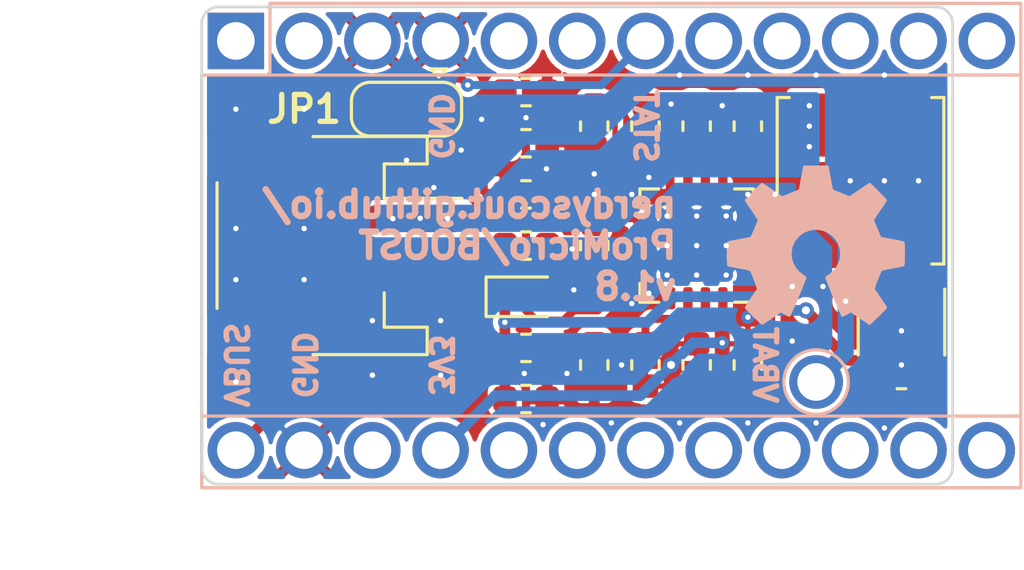
<source format=kicad_pcb>
(kicad_pcb (version 20171130) (host pcbnew 5.1.5)
  (title_block (title ProMicro_BOOST) (date 2021-04-05) (rev v1.8))
  (layers (0 F.Cu mixed) (1 In1.Cu signal) (2 In2.Cu signal) (31 B.Cu mixed) (34 B.Paste user) (35 F.Paste user) (36 B.SilkS user) (37 F.SilkS user) (38 B.Mask user) (39 F.Mask user) (44 Edge.Cuts user))
  (net 0 "")
  (net 1 GND)
  (net 2 "Net-(L1-Pad2)")
  (net 3 "Net-(D1-Pad2)")
  (net 4 "Net-(R3-Pad2)")
  (net 5 "Net-(R5-Pad2)")
  (net 6 "Net-(R7-Pad2)")
  (net 7 +3V3)
  (net 8 "Net-(JP1-Pad1)")
  (net 9 "Net-(C1-Pad1)")
  (net 10 /EN)
  (net 11 /VBAT)
  (net 12 STAT)
  (net 13 VBUS)
  (net 14 LBO)
  (module lib:ProMicro (layer B.Cu) (at 63.373 114.935 270)
    (fp_text reference A1 hide)
    (fp_text value Sparkfun_Pro_Micro)
    (fp_line (start -1.4 -1.27) (end -1.4 -29.21) (layer B.SilkS) (width 0.12))
    (fp_line (start 13.97 1.27) (end 13.97 -29.21) (layer B.SilkS) (width 0.12))
    (fp_line (start 1.27 -1.27) (end -1.4 -1.27) (layer B.SilkS) (width 0.12))
    (fp_line (start 1.27 1.27) (end 1.27 -29.21) (layer B.SilkS) (width 0.12))
    (fp_line (start -1.4 -29.21) (end 16.64 -29.21) (layer B.SilkS) (width 0.12))
    (fp_line (start 16.64 -29.21) (end 16.64 1.27) (layer B.SilkS) (width 0.12))
    (fp_line (start 16.64 1.27) (end 1.27 1.27) (layer B.SilkS) (width 0.12))
    (pad 24 thru_hole circle (at 15.24 0 270) (size 2.1 2.1) (drill 1.4) (layers *.Cu *.Mask) (net 13 VBUS))
    (pad 23 thru_hole circle (at 15.24 -2.54 270) (size 2.1 2.1) (drill 1.4) (layers *.Cu *.Mask) (net 1 GND))
    (pad 22 thru_hole circle (at 15.24 -5.08 270) (size 2.1 2.1) (drill 1.4) (layers *.Cu *.Mask))
    (pad 12 thru_hole circle (at 0 -27.94 270) (size 2.1 2.1) (drill 1.4) (layers *.Cu *.Mask))
    (pad 21 thru_hole circle (at 15.24 -7.62 270) (size 2.1 2.1) (drill 1.4) (layers *.Cu *.Mask) (net 7 +3V3))
    (pad 11 thru_hole circle (at 0 -25.4 270) (size 2.1 2.1) (drill 1.4) (layers *.Cu *.Mask))
    (pad 20 thru_hole circle (at 15.24 -10.16 270) (size 2.1 2.1) (drill 1.4) (layers *.Cu *.Mask))
    (pad 10 thru_hole circle (at 0 -22.86 270) (size 2.1 2.1) (drill 1.4) (layers *.Cu *.Mask))
    (pad 19 thru_hole circle (at 15.24 -12.7 270) (size 2.1 2.1) (drill 1.4) (layers *.Cu *.Mask))
    (pad 9 thru_hole circle (at 0 -20.32 270) (size 2.1 2.1) (drill 1.4) (layers *.Cu *.Mask))
    (pad 18 thru_hole circle (at 15.24 -15.24 270) (size 2.1 2.1) (drill 1.4) (layers *.Cu *.Mask))
    (pad 8 thru_hole circle (at 0 -17.78 270) (size 2.1 2.1) (drill 1.4) (layers *.Cu *.Mask))
    (pad 17 thru_hole circle (at 15.24 -17.78 270) (size 2.1 2.1) (drill 1.4) (layers *.Cu *.Mask))
    (pad 7 thru_hole circle (at 0 -15.24 270) (size 2.1 2.1) (drill 1.4) (layers *.Cu *.Mask) (net 12 STAT))
    (pad 16 thru_hole circle (at 15.24 -20.32 270) (size 2.1 2.1) (drill 1.4) (layers *.Cu *.Mask))
    (pad 6 thru_hole circle (at 0 -12.7 270) (size 2.1 2.1) (drill 1.4) (layers *.Cu *.Mask))
    (pad 15 thru_hole circle (at 15.24 -22.86 270) (size 2.1 2.1) (drill 1.4) (layers *.Cu *.Mask))
    (pad 5 thru_hole circle (at 0 -10.16 270) (size 2.1 2.1) (drill 1.4) (layers *.Cu *.Mask))
    (pad 14 thru_hole circle (at 15.24 -25.4 270) (size 2.1 2.1) (drill 1.4) (layers *.Cu *.Mask))
    (pad 4 thru_hole circle (at 0 -7.62 270) (size 2.1 2.1) (drill 1.4) (layers *.Cu *.Mask) (net 1 GND))
    (pad 13 thru_hole circle (at 15.24 -27.94 270) (size 2.1 2.1) (drill 1.4) (layers *.Cu *.Mask))
    (pad 3 thru_hole circle (at 0 -5.08 270) (size 2.1 2.1) (drill 1.4) (layers *.Cu *.Mask) (net 1 GND))
    (pad 2 thru_hole circle (at 0 -2.54 270) (size 2.1 2.1) (drill 1.4) (layers *.Cu *.Mask))
    (pad 1 thru_hole rect (at 0 0 270) (size 2.1 2.1) (drill 1.4) (layers *.Cu *.Mask))
  )
  (module Symbol:OSHW-Symbol_6.7x6mm_SilkScreen (layer B.Cu) (at 84.963 122.555 180)
    (fp_text reference LOGO1 hide)
    (fp_text value Logo_Open_Hardware_Small hide)
    (fp_poly (pts (xy 0.555814 2.531069) (xy 0.639635 2.086445) (xy 0.94892 1.958947) (xy 1.258206 1.831449) (xy 1.629246 2.083754) (xy 1.733157 2.154004) (xy 1.827087 2.216728) (xy 1.906652 2.269062) (xy 1.96747 2.308143) (xy 2.005157 2.331107) (xy 2.015421 2.336058) (xy 2.03391 2.323324) (xy 2.07342 2.288118) (xy 2.129522 2.234938) (xy 2.197787 2.168282) (xy 2.273786 2.092646) (xy 2.353092 2.012528) (xy 2.431275 1.932426) (xy 2.503907 1.856836) (xy 2.566559 1.790255) (xy 2.614803 1.737182) (xy 2.64421 1.702113) (xy 2.651241 1.690377) (xy 2.641123 1.66874) (xy 2.612759 1.621338) (xy 2.569129 1.552807) (xy 2.513218 1.467785) (xy 2.448006 1.370907) (xy 2.410219 1.31565) (xy 2.341343 1.214752) (xy 2.28014 1.123701) (xy 2.229578 1.04703) (xy 2.192628 0.989272) (xy 2.172258 0.954957) (xy 2.169197 0.947746) (xy 2.176136 0.927252) (xy 2.195051 0.879487) (xy 2.223087 0.811168) (xy 2.257391 0.729011) (xy 2.295109 0.63973) (xy 2.333387 0.550042) (xy 2.36937 0.466662) (xy 2.400206 0.396306) (xy 2.423039 0.34569) (xy 2.435017 0.321529) (xy 2.435724 0.320578) (xy 2.454531 0.315964) (xy 2.504618 0.305672) (xy 2.580793 0.290713) (xy 2.677865 0.272099) (xy 2.790643 0.250841) (xy 2.856442 0.238582) (xy 2.97695 0.215638) (xy 3.085797 0.193805) (xy 3.177476 0.174278) (xy 3.246481 0.158252) (xy 3.287304 0.146921) (xy 3.295511 0.143326) (xy 3.303548 0.118994) (xy 3.310033 0.064041) (xy 3.31497 -0.015108) (xy 3.318364 -0.112026) (xy 3.320218 -0.220287) (xy 3.320538 -0.333465) (xy 3.319327 -0.445135) (xy 3.31659 -0.548868) (xy 3.312331 -0.638241) (xy 3.306555 -0.706826) (xy 3.299267 -0.748197) (xy 3.294895 -0.75681) (xy 3.268764 -0.767133) (xy 3.213393 -0.781892) (xy 3.136107 -0.799352) (xy 3.04423 -0.81778) (xy 3.012158 -0.823741) (xy 2.857524 -0.852066) (xy 2.735375 -0.874876) (xy 2.641673 -0.89308) (xy 2.572384 -0.907583) (xy 2.523471 -0.919292) (xy 2.490897 -0.929115) (xy 2.470628 -0.937956) (xy 2.458626 -0.946724) (xy 2.456947 -0.948457) (xy 2.440184 -0.976371) (xy 2.414614 -1.030695) (xy 2.382788 -1.104777) (xy 2.34726 -1.191965) (xy 2.310583 -1.285608) (xy 2.275311 -1.379052) (xy 2.243996 -1.465647) (xy 2.219193 -1.53874) (xy 2.203454 -1.591678) (xy 2.199332 -1.617811) (xy 2.199676 -1.618726) (xy 2.213641 -1.640086) (xy 2.245322 -1.687084) (xy 2.291391 -1.754827) (xy 2.348518 -1.838423) (xy 2.413373 -1.932982) (xy 2.431843 -1.959854) (xy 2.497699 -2.057275) (xy 2.55565 -2.146163) (xy 2.602538 -2.221412) (xy 2.635207 -2.27792) (xy 2.6505 -2.310581) (xy 2.651241 -2.314593) (xy 2.638392 -2.335684) (xy 2.602888 -2.377464) (xy 2.549293 -2.435445) (xy 2.482171 -2.505135) (xy 2.406087 -2.582045) (xy 2.325604 -2.661683) (xy 2.245287 -2.739561) (xy 2.169699 -2.811186) (xy 2.103405 -2.87207) (xy 2.050969 -2.917721) (xy 2.016955 -2.94365) (xy 2.007545 -2.947883) (xy 1.985643 -2.937912) (xy 1.9408 -2.91102) (xy 1.880321 -2.871736) (xy 1.833789 -2.840117) (xy 1.749475 -2.782098) (xy 1.649626 -2.713784) (xy 1.549473 -2.645579) (xy 1.495627 -2.609075) (xy 1.313371 -2.4858) (xy 1.160381 -2.56852) (xy 1.090682 -2.604759) (xy 1.031414 -2.632926) (xy 0.991311 -2.648991) (xy 0.981103 -2.651226) (xy 0.968829 -2.634722) (xy 0.944613 -2.588082) (xy 0.910263 -2.515609) (xy 0.867588 -2.421606) (xy 0.818394 -2.310374) (xy 0.76449 -2.186215) (xy 0.707684 -2.053432) (xy 0.649782 -1.916327) (xy 0.592593 -1.779202) (xy 0.537924 -1.646358) (xy 0.487584 -1.522098) (xy 0.44338 -1.410725) (xy 0.407119 -1.316539) (xy 0.380609 -1.243844) (xy 0.365658 -1.196941) (xy 0.363254 -1.180833) (xy 0.382311 -1.160286) (xy 0.424036 -1.126933) (xy 0.479706 -1.087702) (xy 0.484378 -1.084599) (xy 0.628264 -0.969423) (xy 0.744283 -0.835053) (xy 0.83143 -0.685784) (xy 0.888699 -0.525913) (xy 0.915086 -0.359737) (xy 0.909585 -0.191552) (xy 0.87119 -0.025655) (xy 0.798895 0.133658) (xy 0.777626 0.168513) (xy 0.666996 0.309263) (xy 0.536302 0.422286) (xy 0.390064 0.506997) (xy 0.232808 0.562806) (xy 0.069057 0.589126) (xy -0.096667 0.58537) (xy -0.259838 0.55095) (xy -0.415935 0.485277) (xy -0.560433 0.387765) (xy -0.605131 0.348187) (xy -0.718888 0.224297) (xy -0.801782 0.093876) (xy -0.858644 -0.052315) (xy -0.890313 -0.197088) (xy -0.898131 -0.35986) (xy -0.872062 -0.52344) (xy -0.814755 -0.682298) (xy -0.728856 -0.830906) (xy -0.617014 -0.963735) (xy -0.481877 -1.075256) (xy -0.464117 -1.087011) (xy -0.40785 -1.125508) (xy -0.365077 -1.158863) (xy -0.344628 -1.18016) (xy -0.344331 -1.180833) (xy -0.348721 -1.203871) (xy -0.366124 -1.256157) (xy -0.394732 -1.33339) (xy -0.432735 -1.431268) (xy -0.478326 -1.545491) (xy -0.529697 -1.671758) (xy -0.585038 -1.805767) (xy -0.642542 -1.943218) (xy -0.700399 -2.079808) (xy -0.756802 -2.211237) (xy -0.809942 -2.333205) (xy -0.85801 -2.441409) (xy -0.899199 -2.531549) (xy -0.931699 -2.599323) (xy -0.953703 -2.64043) (xy -0.962564 -2.651226) (xy -0.98964 -2.642819) (xy -1.040303 -2.620272) (xy -1.105817 -2.587613) (xy -1.141841 -2.56852) (xy -1.294832 -2.4858) (xy -1.477088 -2.609075) (xy -1.570125 -2.672228) (xy -1.671985 -2.741727) (xy -1.767438 -2.807165) (xy -1.81525 -2.840117) (xy -1.882495 -2.885273) (xy -1.939436 -2.921057) (xy -1.978646 -2.942938) (xy -1.991381 -2.947563) (xy -2.009917 -2.935085) (xy -2.050941 -2.900252) (xy -2.110475 -2.846678) (xy -2.184542 -2.777983) (xy -2.269165 -2.697781) (xy -2.322685 -2.646286) (xy -2.416319 -2.554286) (xy -2.497241 -2.471999) (xy -2.562177 -2.402945) (xy -2.607858 -2.350644) (xy -2.631011 -2.318616) (xy -2.633232 -2.312116) (xy -2.622924 -2.287394) (xy -2.594439 -2.237405) (xy -2.550937 -2.167212) (xy -2.495577 -2.081875) (xy -2.43152 -1.986456) (xy -2.413303 -1.959854) (xy -2.346927 -1.863167) (xy -2.287378 -1.776117) (xy -2.237984 -1.703595) (xy -2.202075 -1.650493) (xy -2.182981 -1.621703) (xy -2.181136 -1.618726) (xy -2.183895 -1.595782) (xy -2.198538 -1.545336) (xy -2.222513 -1.474041) (xy -2.253266 -1.388547) (xy -2.288244 -1.295507) (xy -2.324893 -1.201574) (xy -2.360661 -1.113399) (xy -2.392994 -1.037634) (xy -2.419338 -0.980931) (xy -2.437142 -0.949943) (xy -2.438407 -0.948457) (xy -2.449294 -0.939601) (xy -2.467682 -0.930843) (xy -2.497606 -0.921277) (xy -2.543103 -0.909996) (xy -2.608209 -0.896093) (xy -2.696961 -0.878663) (xy -2.813393 -0.856798) (xy -2.961542 -0.829591) (xy -2.993618 -0.823741) (xy -3.088686 -0.805374) (xy -3.171565 -0.787405) (xy -3.23493 -0.771569) (xy -3.271458 -0.7596) (xy -3.276356 -0.75681) (xy -3.284427 -0.732072) (xy -3.290987 -0.67679) (xy -3.296033 -0.597389) (xy -3.299559 -0.500296) (xy -3.301561 -0.391938) (xy -3.302036 -0.27874) (xy -3.300977 -0.167128) (xy -3.298382 -0.063529) (xy -3.294246 0.025632) (xy -3.288563 0.093928) (xy -3.281331 0.134934) (xy -3.276971 0.143326) (xy -3.252698 0.151792) (xy -3.197426 0.165565) (xy -3.116662 0.18345) (xy -3.015912 0.204252) (xy -2.900683 0.226777) (xy -2.837902 0.238582) (xy -2.718787 0.260849) (xy -2.612565 0.281021) (xy -2.524427 0.298085) (xy -2.459566 0.311031) (xy -2.423174 0.318845) (xy -2.417184 0.320578) (xy -2.407061 0.34011) (xy -2.385662 0.387157) (xy -2.355839 0.454997) (xy -2.320445 0.536909) (xy -2.282332 0.626172) (xy -2.244353 0.716065) (xy -2.20936 0.799865) (xy -2.180206 0.870853) (xy -2.159743 0.922306) (xy -2.150823 0.947503) (xy -2.150657 0.948604) (xy -2.160769 0.968481) (xy -2.189117 1.014223) (xy -2.232723 1.081283) (xy -2.288606 1.165116) (xy -2.353787 1.261174) (xy -2.391679 1.31635) (xy -2.460725 1.417519) (xy -2.52205 1.50937) (xy -2.572663 1.587256) (xy -2.609571 1.646531) (xy -2.629782 1.682549) (xy -2.632701 1.690623) (xy -2.620153 1.709416) (xy -2.585463 1.749543) (xy -2.533063 1.806507) (xy -2.467384 1.875815) (xy -2.392856 1.952969) (xy -2.313913 2.033475) (xy -2.234983 2.112837) (xy -2.1605 2.18656) (xy -2.094894 2.250148) (xy -2.042596 2.299106) (xy -2.008039 2.328939) (xy -1.996478 2.336058) (xy -1.977654 2.326047) (xy -1.932631 2.297922) (xy -1.865787 2.254546) (xy -1.781499 2.198782) (xy -1.684144 2.133494) (xy -1.610707 2.083754) (xy -1.239667 1.831449) (xy -0.621095 2.086445) (xy -0.537275 2.531069) (xy -0.453454 2.975693) (xy 0.471994 2.975693) (xy 0.555814 2.531069)) (layer B.SilkS) (width 0.01))
  )
  (module TestPoint:TestPoint_THTPad_D2.0mm_Drill1.0mm (layer B.Cu) (at 84.963 127.635 270)
    (fp_text reference TP1 hide)
    (fp_text value VBAT (at -0.635 1.905 270 unlocked) (layer B.SilkS) (effects (font (size 0.8 0.8) (thickness 0.2)) (justify mirror)))
    (fp_circle (center 0 0) (end 0 -1.2) (layer B.SilkS) (width 0.12))
    (pad 1 thru_hole circle (at 0 0 270) (size 2 2) (drill 1.4) (layers *.Cu *.Mask) (net 11 /VBAT))
  )
  (module Inductor_SMD:L_Bourns_SRN6045TA (layer F.Cu) (at 86.614 120.142 270)
    (fp_text reference L1 hide)
    (fp_text value 6.8µ/2A hide)
    (fp_line (start -3.1 -3.1) (end -3.1 -2.65) (layer F.SilkS) (width 0.12))
    (fp_line (start -3.1 3.1) (end -3.1 2.65) (layer F.SilkS) (width 0.12))
    (fp_line (start 3.1 3.1) (end 3.1 2.65) (layer F.SilkS) (width 0.12))
    (fp_line (start 3.1 3.1) (end -3.1 3.1) (layer F.SilkS) (width 0.12))
    (fp_line (start 3.1 -3.1) (end 3.1 -2.65) (layer F.SilkS) (width 0.12))
    (fp_line (start -3.1 -3.1) (end 3.1 -3.1) (layer F.SilkS) (width 0.12))
    (pad 2 smd rect (at 2.075 0 270) (size 2.35 5.1) (layers F.Cu F.Paste F.Mask) (net 2 "Net-(L1-Pad2)"))
    (pad 1 smd rect (at -2.075 0 270) (size 2.35 5.1) (layers F.Cu F.Paste F.Mask) (net 11 /VBAT))
  )
  (module Capacitor_SMD:C_0603_1608Metric (layer F.Cu) (at 82.423 118.11 90)
    (fp_text reference C3 hide)
    (fp_text value 4.7µ hide)
    (fp_line (start -0.162779 0.51) (end 0.162779 0.51) (layer F.SilkS) (width 0.12))
    (fp_line (start -0.162779 -0.51) (end 0.162779 -0.51) (layer F.SilkS) (width 0.12))
    (pad 2 smd roundrect (at 0.7875 0 90) (size 0.875 0.95) (layers F.Cu F.Paste F.Mask) (net 11 /VBAT))
    (pad 1 smd roundrect (at -0.7875 0 90) (size 0.875 0.95) (layers F.Cu F.Paste F.Mask) (net 1 GND))
  )
  (module Capacitor_SMD:C_0603_1608Metric (layer F.Cu) (at 82.423 127 270)
    (fp_text reference C6 hide)
    (fp_text value 1µ hide)
    (fp_line (start -0.162779 0.51) (end 0.162779 0.51) (layer F.SilkS) (width 0.12))
    (fp_line (start -0.162779 -0.51) (end 0.162779 -0.51) (layer F.SilkS) (width 0.12))
    (pad 2 smd roundrect (at 0.7875 0 270) (size 0.875 0.95) (layers F.Cu F.Paste F.Mask) (net 1 GND))
    (pad 1 smd roundrect (at -0.7875 0 270) (size 0.875 0.95) (layers F.Cu F.Paste F.Mask) (net 7 +3V3))
  )
  (module Capacitor_SMD:C_0603_1608Metric (layer F.Cu) (at 80.518 127 270)
    (fp_text reference C7 hide)
    (fp_text value 4.7µ hide)
    (fp_line (start -0.162779 0.51) (end 0.162779 0.51) (layer F.SilkS) (width 0.12))
    (fp_line (start -0.162779 -0.51) (end 0.162779 -0.51) (layer F.SilkS) (width 0.12))
    (pad 2 smd roundrect (at 0.7875 0 270) (size 0.875 0.95) (layers F.Cu F.Paste F.Mask) (net 1 GND))
    (pad 1 smd roundrect (at -0.7875 0 270) (size 0.875 0.95) (layers F.Cu F.Paste F.Mask) (net 7 +3V3))
  )
  (module Capacitor_SMD:C_0603_1608Metric (layer F.Cu) (at 74.168 120.65 180)
    (fp_text reference C5 hide)
    (fp_text value 100n hide)
    (fp_line (start -0.162779 0.51) (end 0.162779 0.51) (layer F.SilkS) (width 0.12))
    (fp_line (start -0.162779 -0.51) (end 0.162779 -0.51) (layer F.SilkS) (width 0.12))
    (pad 2 smd roundrect (at 0.7875 0 180) (size 0.875 0.95) (layers F.Cu F.Paste F.Mask) (net 1 GND))
    (pad 1 smd roundrect (at -0.7875 0 180) (size 0.875 0.95) (layers F.Cu F.Paste F.Mask) (net 11 /VBAT))
  )
  (module Capacitor_SMD:C_0603_1608Metric (layer F.Cu) (at 80.518 118.11 90)
    (fp_text reference C4 hide)
    (fp_text value 10µ hide)
    (fp_line (start -0.162779 0.51) (end 0.162779 0.51) (layer F.SilkS) (width 0.12))
    (fp_line (start -0.162779 -0.51) (end 0.162779 -0.51) (layer F.SilkS) (width 0.12))
    (pad 2 smd roundrect (at 0.7875 0 90) (size 0.875 0.95) (layers F.Cu F.Paste F.Mask) (net 11 /VBAT))
    (pad 1 smd roundrect (at -0.7875 0 90) (size 0.875 0.95) (layers F.Cu F.Paste F.Mask) (net 1 GND))
  )
  (module Resistor_SMD:R_0603_1608Metric (layer F.Cu) (at 76.708 127 270)
    (fp_text reference R8 hide)
    (fp_text value 200k hide)
    (fp_line (start -0.162779 0.51) (end 0.162779 0.51) (layer F.SilkS) (width 0.12))
    (fp_line (start -0.162779 -0.51) (end 0.162779 -0.51) (layer F.SilkS) (width 0.12))
    (pad 2 smd roundrect (at 0.7875 0 270) (size 0.875 0.95) (layers F.Cu F.Paste F.Mask) (net 1 GND))
    (pad 1 smd roundrect (at -0.7875 0 270) (size 0.875 0.95) (layers F.Cu F.Paste F.Mask) (net 6 "Net-(R7-Pad2)"))
  )
  (module Resistor_SMD:R_0603_1608Metric (layer F.Cu) (at 78.613 127 90)
    (fp_text reference R7 hide)
    (fp_text value 1.1M hide)
    (fp_line (start -0.162779 0.51) (end 0.162779 0.51) (layer F.SilkS) (width 0.12))
    (fp_line (start -0.162779 -0.51) (end 0.162779 -0.51) (layer F.SilkS) (width 0.12))
    (pad 2 smd roundrect (at 0.7875 0 90) (size 0.875 0.95) (layers F.Cu F.Paste F.Mask) (net 6 "Net-(R7-Pad2)"))
    (pad 1 smd roundrect (at -0.7875 0 90) (size 0.875 0.95) (layers F.Cu F.Paste F.Mask) (net 7 +3V3))
  )
  (module Resistor_SMD:R_0603_1608Metric (layer F.Cu) (at 78.613 118.11 270)
    (fp_text reference R6 hide)
    (fp_text value 390k hide)
    (fp_line (start -0.162779 0.51) (end 0.162779 0.51) (layer F.SilkS) (width 0.12))
    (fp_line (start -0.162779 -0.51) (end 0.162779 -0.51) (layer F.SilkS) (width 0.12))
    (pad 2 smd roundrect (at 0.7875 0 270) (size 0.875 0.95) (layers F.Cu F.Paste F.Mask) (net 1 GND))
    (pad 1 smd roundrect (at -0.7875 0 270) (size 0.875 0.95) (layers F.Cu F.Paste F.Mask) (net 5 "Net-(R5-Pad2)"))
  )
  (module Resistor_SMD:R_0603_1608Metric (layer F.Cu) (at 76.708 118.11 90)
    (fp_text reference R5 hide)
    (fp_text value 2.4M hide)
    (fp_line (start -0.162779 0.51) (end 0.162779 0.51) (layer F.SilkS) (width 0.12))
    (fp_line (start -0.162779 -0.51) (end 0.162779 -0.51) (layer F.SilkS) (width 0.12))
    (pad 2 smd roundrect (at 0.7875 0 90) (size 0.875 0.95) (layers F.Cu F.Paste F.Mask) (net 5 "Net-(R5-Pad2)"))
    (pad 1 smd roundrect (at -0.7875 0 90) (size 0.875 0.95) (layers F.Cu F.Paste F.Mask) (net 11 /VBAT))
  )
  (module Resistor_SMD:R_0603_1608Metric (layer F.Cu) (at 76.708 122.555 90)
    (fp_text reference R4 hide)
    (fp_text value 200k hide)
    (fp_line (start -0.162779 0.51) (end 0.162779 0.51) (layer F.SilkS) (width 0.12))
    (fp_line (start -0.162779 -0.51) (end 0.162779 -0.51) (layer F.SilkS) (width 0.12))
    (pad 2 smd roundrect (at 0.7875 0 90) (size 0.875 0.95) (layers F.Cu F.Paste F.Mask) (net 11 /VBAT))
    (pad 1 smd roundrect (at -0.7875 0 90) (size 0.875 0.95) (layers F.Cu F.Paste F.Mask) (net 10 /EN))
  )
  (module Resistor_SMD:R_0603_1608Metric (layer F.Cu) (at 88.138 128.397)
    (fp_text reference R3 hide)
    (fp_text value 2k hide)
    (fp_line (start -0.162779 0.51) (end 0.162779 0.51) (layer F.SilkS) (width 0.12))
    (fp_line (start -0.162779 -0.51) (end 0.162779 -0.51) (layer F.SilkS) (width 0.12))
    (pad 2 smd roundrect (at 0.7875 0) (size 0.875 0.95) (layers F.Cu F.Paste F.Mask) (net 4 "Net-(R3-Pad2)"))
    (pad 1 smd roundrect (at -0.7875 0) (size 0.875 0.95) (layers F.Cu F.Paste F.Mask) (net 1 GND))
  )
  (module Package_DFN_QFN:Texas_S-PVQFN-N16_EP2.7x2.7mm_ThermalVias (layer F.Cu) (at 80.518 122.555 180)
    (fp_text reference U2 hide)
    (fp_text value TPS61090 hide)
    (fp_line (start -1.41 -2.11) (end -2.11 -2.11) (layer F.SilkS) (width 0.12))
    (fp_line (start 2.11 2.11) (end 2.11 1.41) (layer F.SilkS) (width 0.12))
    (fp_line (start 1.41 2.11) (end 2.11 2.11) (layer F.SilkS) (width 0.12))
    (fp_line (start -2.11 2.11) (end -2.11 1.41) (layer F.SilkS) (width 0.12))
    (fp_line (start -1.41 2.11) (end -2.11 2.11) (layer F.SilkS) (width 0.12))
    (fp_line (start 2.11 -2.11) (end 2.11 -1.41) (layer F.SilkS) (width 0.12))
    (fp_line (start 1.41 -2.11) (end 2.11 -2.11) (layer F.SilkS) (width 0.12))
    (pad 16 smd roundrect (at -0.975 -1.9625 180) (size 0.35 0.825) (layers F.Cu F.Paste F.Mask) (net 7 +3V3))
    (pad 15 smd roundrect (at -0.325 -1.9625 180) (size 0.35 0.825) (layers F.Cu F.Paste F.Mask) (net 7 +3V3))
    (pad 14 smd roundrect (at 0.325 -1.9625 180) (size 0.35 0.825) (layers F.Cu F.Paste F.Mask) (net 6 "Net-(R7-Pad2)"))
    (pad 13 smd roundrect (at 0.975 -1.9625 180) (size 0.35 0.825) (layers F.Cu F.Paste F.Mask) (net 1 GND))
    (pad 12 smd roundrect (at 1.9625 -0.975 180) (size 0.825 0.35) (layers F.Cu F.Paste F.Mask) (net 14 LBO))
    (pad 11 smd roundrect (at 1.9625 -0.325 180) (size 0.825 0.35) (layers F.Cu F.Paste F.Mask) (net 10 /EN))
    (pad 10 smd roundrect (at 1.9625 0.325 180) (size 0.825 0.35) (layers F.Cu F.Paste F.Mask) (net 1 GND))
    (pad 9 smd roundrect (at 1.9625 0.975 180) (size 0.825 0.35) (layers F.Cu F.Paste F.Mask) (net 5 "Net-(R5-Pad2)"))
    (pad 8 smd roundrect (at 0.975 1.9625 180) (size 0.35 0.825) (layers F.Cu F.Paste F.Mask) (net 11 /VBAT))
    (pad 7 smd roundrect (at 0.325 1.9625 180) (size 0.35 0.825) (layers F.Cu F.Paste F.Mask) (net 1 GND))
    (pad 6 smd roundrect (at -0.325 1.9625 180) (size 0.35 0.825) (layers F.Cu F.Paste F.Mask) (net 1 GND))
    (pad 5 smd roundrect (at -0.975 1.9625 180) (size 0.35 0.825) (layers F.Cu F.Paste F.Mask) (net 1 GND))
    (pad 4 smd roundrect (at -1.9625 0.975 180) (size 0.825 0.35) (layers F.Cu F.Paste F.Mask) (net 2 "Net-(L1-Pad2)"))
    (pad 3 smd roundrect (at -1.9625 0.325 180) (size 0.825 0.35) (layers F.Cu F.Paste F.Mask) (net 2 "Net-(L1-Pad2)"))
    (pad 2 smd roundrect (at -1.9625 -0.325 180) (size 0.825 0.35) (layers F.Cu F.Paste F.Mask))
    (pad 1 smd roundrect (at -1.9625 -0.975 180) (size 0.825 0.35) (layers F.Cu F.Paste F.Mask) (net 7 +3V3))
    (pad 17 smd roundrect (at 0 0 180) (size 2.7 2.7) (layers B.Cu) (roundrect_rratio 0.09300000000000001) (net 1 GND))
    (pad 17 thru_hole circle (at 1.1 1.1 180) (size 0.5 0.5) (drill 0.2) (layers *.Cu) (net 1 GND))
    (pad 17 thru_hole circle (at 0 1.1 180) (size 0.5 0.5) (drill 0.2) (layers *.Cu) (net 1 GND))
    (pad 17 thru_hole circle (at -1.1 1.1 180) (size 0.5 0.5) (drill 0.2) (layers *.Cu) (net 1 GND))
    (pad 17 thru_hole circle (at 1.1 0 180) (size 0.5 0.5) (drill 0.2) (layers *.Cu) (net 1 GND))
    (pad 17 thru_hole circle (at 0 0 180) (size 0.5 0.5) (drill 0.2) (layers *.Cu) (net 1 GND))
    (pad 17 thru_hole circle (at -1.1 0 180) (size 0.5 0.5) (drill 0.2) (layers *.Cu) (net 1 GND))
    (pad 17 thru_hole circle (at 1.1 -1.1 180) (size 0.5 0.5) (drill 0.2) (layers *.Cu) (net 1 GND))
    (pad 17 thru_hole circle (at 0 -1.1 180) (size 0.5 0.5) (drill 0.2) (layers *.Cu) (net 1 GND))
    (pad 17 thru_hole circle (at -1.1 -1.1 180) (size 0.5 0.5) (drill 0.2) (layers *.Cu) (net 1 GND))
    (pad 17 smd roundrect (at 0 0 180) (size 2.7 2.7) (layers F.Cu F.Mask) (roundrect_rratio 0.09259299999999999) (net 1 GND))
  )
  (module Package_TO_SOT_SMD:SOT-23-5 (layer F.Cu) (at 88.138 125.73 270)
    (fp_text reference U1 hide)
    (fp_text value MCP73831-2-OT hide)
    (fp_line (start 0.9 -1.61) (end -1.55 -1.61) (layer F.SilkS) (width 0.12))
    (fp_line (start -0.9 1.61) (end 0.9 1.61) (layer F.SilkS) (width 0.12))
    (pad 5 smd rect (at 1.1 -0.95 270) (size 1.06 0.65) (layers F.Cu F.Paste F.Mask) (net 4 "Net-(R3-Pad2)"))
    (pad 4 smd rect (at 1.1 0.95 270) (size 1.06 0.65) (layers F.Cu F.Paste F.Mask) (net 9 "Net-(C1-Pad1)"))
    (pad 3 smd rect (at -1.1 0.95 270) (size 1.06 0.65) (layers F.Cu F.Paste F.Mask) (net 11 /VBAT))
    (pad 2 smd rect (at -1.1 0 270) (size 1.06 0.65) (layers F.Cu F.Paste F.Mask) (net 1 GND))
    (pad 1 smd rect (at -1.1 -0.95 270) (size 1.06 0.65) (layers F.Cu F.Paste F.Mask))
  )
  (module Jumper:SolderJumper-3_P1.3mm_Open_RoundedPad1.0x1.5mm (layer F.Cu) (at 69.723 117.475 180)
    (fp_text reference JP1 (at 3.81 0) (layer F.SilkS) (effects (font (thickness 0.2))))
    (fp_text value SolderJumper_3_Open hide)
    (fp_arc (start -1.35 -0.3) (end -1.35 -1) (angle -90) (layer F.SilkS) (width 0.12))
    (fp_arc (start -1.35 0.3) (end -2.05 0.3) (angle -90) (layer F.SilkS) (width 0.12))
    (fp_arc (start 1.35 0.3) (end 1.35 1) (angle -90) (layer F.SilkS) (width 0.12))
    (fp_arc (start 1.35 -0.3) (end 2.05 -0.3) (angle -90) (layer F.SilkS) (width 0.12))
    (fp_line (start -1.4 -1) (end 1.4 -1) (layer F.SilkS) (width 0.12))
    (fp_line (start 2.05 -0.3) (end 2.05 0.3) (layer F.SilkS) (width 0.12))
    (fp_line (start 1.4 1) (end -1.4 1) (layer F.SilkS) (width 0.12))
    (fp_line (start -2.05 0.3) (end -2.05 -0.3) (layer F.SilkS) (width 0.12))
    (fp_line (start -1.2 1.2) (end -1.5 1.5) (layer F.SilkS) (width 0.12))
    (fp_line (start -1.5 1.5) (end -0.9 1.5) (layer F.SilkS) (width 0.12))
    (fp_line (start -1.2 1.2) (end -0.9 1.5) (layer F.SilkS) (width 0.12))
    (pad 2 smd rect (at 0 0 180) (size 1 1.5) (layers F.Cu F.Mask) (net 12 STAT))
    (pad 3 smd custom (at 1.3 0 180) (size 1 0.5) (layers F.Cu F.Mask) (net 14 LBO) (options (clearance outline) (anchor rect)) (primitives (gr_circle (center 0 0.25) (end 0.5 0.25) (width 0)) (gr_circle (center 0 -0.25) (end 0.5 -0.25) (width 0)) (gr_poly (pts (xy -0.55 -0.75) (xy 0 -0.75) (xy 0 0.75) (xy -0.55 0.75)) (width 0))))
    (pad 1 smd custom (at -1.3 0 180) (size 1 0.5) (layers F.Cu F.Mask) (net 8 "Net-(JP1-Pad1)") (options (clearance outline) (anchor rect)) (primitives (gr_circle (center 0 0.25) (end 0.5 0.25) (width 0)) (gr_circle (center 0 -0.25) (end 0.5 -0.25) (width 0)) (gr_poly (pts (xy 0.55 -0.75) (xy 0 -0.75) (xy 0 0.75) (xy 0.55 0.75)) (width 0))))
  )
  (module Connector_JST:JST_PH_S2B-PH-SM4-TB_1x02-1MP_P2.00mm_Horizontal (layer F.Cu) (at 67.183 122.555 270)
    (fp_text reference J1 hide)
    (fp_text value JST hide)
    (fp_line (start -2.34 4.51) (end 2.34 4.51) (layer F.SilkS) (width 0.12))
    (fp_line (start 3.04 -1.71) (end 1.76 -1.71) (layer F.SilkS) (width 0.12))
    (fp_line (start 3.04 -3.31) (end 3.04 -1.71) (layer F.SilkS) (width 0.12))
    (fp_line (start 4.06 -3.31) (end 3.04 -3.31) (layer F.SilkS) (width 0.12))
    (fp_line (start 4.06 0.94) (end 4.06 -3.31) (layer F.SilkS) (width 0.12))
    (fp_line (start -1.76 -1.71) (end -1.76 -4.6) (layer F.SilkS) (width 0.12))
    (fp_line (start -3.04 -1.71) (end -1.76 -1.71) (layer F.SilkS) (width 0.12))
    (fp_line (start -3.04 -3.31) (end -3.04 -1.71) (layer F.SilkS) (width 0.12))
    (fp_line (start -4.06 -3.31) (end -3.04 -3.31) (layer F.SilkS) (width 0.12))
    (fp_line (start -4.06 0.94) (end -4.06 -3.31) (layer F.SilkS) (width 0.12))
    (pad MP smd roundrect (at 3.35 2.9 270) (size 1.5 3.4) (layers F.Cu F.Paste F.Mask) (roundrect_rratio 0.166667))
    (pad MP smd roundrect (at -3.35 2.9 270) (size 1.5 3.4) (layers F.Cu F.Paste F.Mask) (roundrect_rratio 0.166667))
    (pad 2 smd roundrect (at 1 -2.85 270) (size 1 3.5) (layers F.Cu F.Paste F.Mask) (net 1 GND))
    (pad 1 smd roundrect (at -1 -2.85 270) (size 1 3.5) (layers F.Cu F.Paste F.Mask) (net 11 /VBAT))
  )
  (module Resistor_SMD:R_0603_1608Metric (layer F.Cu) (at 74.168 116.84)
    (fp_text reference R2 hide)
    (fp_text value 390k hide)
    (fp_line (start -0.162779 0.51) (end 0.162779 0.51) (layer F.SilkS) (width 0.12))
    (fp_line (start -0.162779 -0.51) (end 0.162779 -0.51) (layer F.SilkS) (width 0.12))
    (pad 2 smd roundrect (at 0.7875 0) (size 0.875 0.95) (layers F.Cu F.Paste F.Mask) (net 1 GND))
    (pad 1 smd roundrect (at -0.7875 0) (size 0.875 0.95) (layers F.Cu F.Paste F.Mask) (net 8 "Net-(JP1-Pad1)"))
  )
  (module Resistor_SMD:R_0603_1608Metric (layer F.Cu) (at 74.168 118.745 180)
    (fp_text reference R1 hide)
    (fp_text value 390k hide)
    (fp_line (start -0.162779 0.51) (end 0.162779 0.51) (layer F.SilkS) (width 0.12))
    (fp_line (start -0.162779 -0.51) (end 0.162779 -0.51) (layer F.SilkS) (width 0.12))
    (pad 2 smd roundrect (at 0.7875 0 180) (size 0.875 0.95) (layers F.Cu F.Paste F.Mask) (net 8 "Net-(JP1-Pad1)"))
    (pad 1 smd roundrect (at -0.7875 0 180) (size 0.875 0.95) (layers F.Cu F.Paste F.Mask) (net 11 /VBAT))
  )
  (module Capacitor_SMD:C_0603_1608Metric (layer F.Cu) (at 74.168 126.365)
    (fp_text reference C1 hide)
    (fp_text value 10µ hide)
    (fp_line (start -0.162779 0.51) (end 0.162779 0.51) (layer F.SilkS) (width 0.12))
    (fp_line (start -0.162779 -0.51) (end 0.162779 -0.51) (layer F.SilkS) (width 0.12))
    (pad 2 smd roundrect (at 0.7875 0) (size 0.875 0.95) (layers F.Cu F.Paste F.Mask) (net 1 GND))
    (pad 1 smd roundrect (at -0.7875 0) (size 0.875 0.95) (layers F.Cu F.Paste F.Mask) (net 9 "Net-(C1-Pad1)"))
  )
  (module Fuse:Fuse_0603_1608Metric (layer F.Cu) (at 74.168 122.555)
    (fp_text reference F1 hide)
    (fp_text value 500mA hide)
    (fp_line (start -0.162779 0.51) (end 0.162779 0.51) (layer F.SilkS) (width 0.12))
    (fp_line (start -0.162779 -0.51) (end 0.162779 -0.51) (layer F.SilkS) (width 0.12))
    (pad 2 smd roundrect (at 0.7875 0) (size 0.875 0.95) (layers F.Cu F.Paste F.Mask) (net 3 "Net-(D1-Pad2)"))
    (pad 1 smd roundrect (at -0.7875 0) (size 0.875 0.95) (layers F.Cu F.Paste F.Mask) (net 13 VBUS))
  )
  (module Diode_SMD:D_0603_1608Metric (layer F.Cu) (at 74.168 124.46)
    (fp_text reference D1 hide)
    (fp_text value D hide)
    (fp_line (start -1.485 0.735) (end 0.8 0.735) (layer F.SilkS) (width 0.12))
    (fp_line (start -1.485 -0.735) (end -1.485 0.735) (layer F.SilkS) (width 0.12))
    (fp_line (start 0.8 -0.735) (end -1.485 -0.735) (layer F.SilkS) (width 0.12))
    (pad 2 smd roundrect (at 0.7875 0) (size 0.875 0.95) (layers F.Cu F.Paste F.Mask) (net 3 "Net-(D1-Pad2)"))
    (pad 1 smd roundrect (at -0.7875 0) (size 0.875 0.95) (layers F.Cu F.Paste F.Mask) (net 9 "Net-(C1-Pad1)"))
  )
  (module Capacitor_SMD:C_0603_1608Metric (layer F.Cu) (at 74.168 128.27 180)
    (fp_text reference C2 hide)
    (fp_text value 100n hide)
    (fp_line (start -0.162779 0.51) (end 0.162779 0.51) (layer F.SilkS) (width 0.12))
    (fp_line (start -0.162779 -0.51) (end 0.162779 -0.51) (layer F.SilkS) (width 0.12))
    (pad 2 smd roundrect (at 0.7875 0 180) (size 0.875 0.95) (layers F.Cu F.Paste F.Mask) (net 9 "Net-(C1-Pad1)"))
    (pad 1 smd roundrect (at -0.7875 0 180) (size 0.875 0.95) (layers F.Cu F.Paste F.Mask) (net 1 GND))
  )
  (gr_text VBUS (at 63.373 127 270) (layer B.SilkS) (effects (font (size 0.8 0.8) (thickness 0.2)) (justify mirror)))
  (gr_text 3V3 (at 70.993 127 270) (layer B.SilkS) (effects (font (size 0.8 0.8) (thickness 0.2)) (justify mirror)))
  (gr_text STAT (at 78.613 118.11 270) (layer B.SilkS) (effects (font (size 0.8 0.8) (thickness 0.2)) (justify mirror)))
  (gr_text GND (at 70.993 118.11 270) (layer B.SilkS) (effects (font (size 0.8 0.8) (thickness 0.2)) (justify mirror)))
  (gr_text GND (at 65.913 127 270) (layer B.SilkS) (effects (font (size 0.8 0.8) (thickness 0.2)) (justify mirror)))
  (gr_line (start 62.738 113.665) (end 89.408 113.665) (layer Edge.Cuts) (width 0.1))
  (gr_line (start 89.408 131.445) (end 62.738 131.445) (layer Edge.Cuts) (width 0.1))
  (gr_arc (start 62.738 130.81) (end 62.103 130.81) (angle -90) (layer Edge.Cuts) (width 0.1))
  (gr_arc (start 62.738 114.3) (end 62.738 113.665) (angle -90) (layer Edge.Cuts) (width 0.1))
  (gr_arc (start 89.408 114.3) (end 90.043 114.3) (angle -90) (layer Edge.Cuts) (width 0.1))
  (gr_arc (start 89.408 130.81) (end 89.408 131.445) (angle -90) (layer Edge.Cuts) (width 0.1))
  (gr_text "nerdyscout.github.io/\nProMicro/BOOST\nv1.8" (at 79.883 122.555) (layer B.SilkS) (effects (font (size 0.95 0.95) (thickness 0.2375)) (justify left mirror)))
  (gr_line (start 90.043 130.81) (end 90.043 114.3) (layer Edge.Cuts) (width 0.1))
  (gr_line (start 62.103 114.3) (end 62.103 130.81) (layer Edge.Cuts) (width 0.1))
  (via (at 69.723 119.38) (size 0.5) (drill 0.2) (layers F.Cu B.Cu) (net 1))
  (via (at 71.755 118.999) (size 0.5) (drill 0.2) (layers F.Cu B.Cu) (net 1))
  (via (at 72.517 117.856) (size 0.5) (drill 0.2) (layers F.Cu B.Cu) (net 1))
  (via (at 84.963 116.205) (size 0.5) (drill 0.2) (layers F.Cu B.Cu) (net 1))
  (via (at 75.8825 122.682) (size 0.45) (drill 0.2) (layers F.Cu B.Cu) (net 1))
  (via (at 70.739 120.396) (size 0.5) (drill 0.2) (layers F.Cu B.Cu) (net 1))
  (via (at 74.168 117.7925) (size 0.5) (drill 0.2) (layers F.Cu B.Cu) (net 1))
  (via (at 74.1045 127.3175) (size 0.5) (drill 0.2) (layers F.Cu B.Cu) (net 1))
  (via (at 63.373 123.825) (size 0.5) (drill 0.2) (layers F.Cu B.Cu) (net 1))
  (via (at 63.373 121.92) (size 0.5) (drill 0.2) (layers F.Cu B.Cu) (net 1))
  (via (at 65.913 121.92) (size 0.5) (drill 0.2) (layers F.Cu B.Cu) (net 1))
  (via (at 63.373 127.635) (size 0.5) (drill 0.2) (layers F.Cu B.Cu) (net 1))
  (via (at 65.913 117.475) (size 0.5) (drill 0.2) (layers F.Cu B.Cu) (net 1))
  (via (at 63.373 117.475) (size 0.5) (drill 0.2) (layers F.Cu B.Cu) (net 1))
  (via (at 78.74 124.333) (size 0.5) (drill 0.2) (layers F.Cu B.Cu) (net 1))
  (via (at 77.724 127) (size 0.5) (drill 0.2) (layers F.Cu B.Cu) (net 1))
  (via (at 68.453 125.349) (size 0.5) (drill 0.2) (layers F.Cu B.Cu) (net 1))
  (via (at 70.993 125.349) (size 0.5) (drill 0.2) (layers F.Cu B.Cu) (net 1))
  (via (at 82.423 120.65) (size 0.5) (drill 0.2) (layers F.Cu B.Cu) (net 1))
  (via (at 83.439 120.65) (size 0.5) (drill 0.2) (layers F.Cu B.Cu) (net 1))
  (via (at 87.503 116.205) (size 0.5) (drill 0.2) (layers F.Cu B.Cu) (net 1))
  (via (at 82.423 129.159) (size 0.5) (drill 0.2) (layers F.Cu B.Cu) (net 1))
  (via (at 79.883 129.159) (size 0.5) (drill 0.2) (layers F.Cu B.Cu) (net 1))
  (via (at 79.883 116.205) (size 0.5) (drill 0.2) (layers F.Cu B.Cu) (net 1))
  (via (at 82.423 116.205) (size 0.5) (drill 0.2) (layers F.Cu B.Cu) (net 1))
  (via (at 65.913 123.825) (size 0.5) (drill 0.2) (layers F.Cu B.Cu) (net 1))
  (via (at 75.946 124.206) (size 0.5) (drill 0.2) (layers F.Cu B.Cu) (net 1))
  (via (at 74.803 129.2225) (size 0.5) (drill 0.2) (layers F.Cu B.Cu) (net 1))
  (via (at 68.453 127.381) (size 0.5) (drill 0.2) (layers F.Cu B.Cu) (net 1))
  (via (at 70.993 127.381) (size 0.5) (drill 0.2) (layers F.Cu B.Cu) (net 1))
  (via (at 87.503 120.142) (size 0.5) (drill 0.2) (layers F.Cu B.Cu) (net 1))
  (via (at 88.773 120.142) (size 0.5) (drill 0.2) (layers F.Cu B.Cu) (net 1))
  (via (at 86.233 120.142) (size 0.5) (drill 0.2) (layers F.Cu B.Cu) (net 1))
  (via (at 77.343 129.159) (size 0.5) (drill 0.2) (layers F.Cu B.Cu) (net 1))
  (via (at 78.105 124.714) (size 0.5) (drill 0.2) (layers F.Cu B.Cu) (net 1))
  (via (at 84.074 124.079) (size 0.5) (drill 0.2) (layers F.Cu B.Cu) (net 1))
  (via (at 88.138 125.73) (size 0.5) (drill 0.2) (layers F.Cu B.Cu) (net 1))
  (via (at 88.138 127) (size 0.5) (drill 0.2) (layers F.Cu B.Cu) (net 1))
  (via (at 84.963 129.159) (size 0.5) (drill 0.2) (layers F.Cu B.Cu) (net 1))
  (via (at 87.503 129.3495) (size 0.5) (drill 0.2) (layers F.Cu B.Cu) (net 1))
  (via (at 85.217 124.079) (size 0.5) (drill 0.2) (layers F.Cu B.Cu) (net 1))
  (via (at 84.074 126.111) (size 0.5) (drill 0.2) (layers F.Cu B.Cu) (net 1))
  (via (at 75.692 127.3175) (size 0.5) (drill 0.2) (layers F.Cu B.Cu) (net 1))
  (segment (start 74.9555 122.555) (end 74.9223 122.5882) (width 0.25) (layer F.Cu) (net 3))
  (segment (start 74.9223 124.4268) (end 74.9555 124.46) (width 0.25) (layer F.Cu) (net 3))
  (segment (start 74.9223 122.5882) (end 74.9223 124.4268) (width 0.25) (layer F.Cu) (net 3))
  (segment (start 88.9255 128.397) (end 88.9255 127.6095) (width 0.4) (layer F.Cu) (net 4))
  (segment (start 89.088 126.83) (end 89.088 127.447) (width 0.4) (layer F.Cu) (net 4))
  (segment (start 89.088 127.447) (end 88.9255 127.6095) (width 0.4) (layer F.Cu) (net 4))
  (segment (start 77.5715 117.3225) (end 78.613 117.3225) (width 0.2) (layer F.Cu) (net 5))
  (segment (start 76.708 117.3225) (end 77.5715 117.3225) (width 0.2) (layer F.Cu) (net 5))
  (segment (start 78.019 121.58) (end 78.5555 121.58) (width 0.2) (layer F.Cu) (net 5))
  (segment (start 77.48301 121.04401) (end 78.019 121.58) (width 0.2) (layer F.Cu) (net 5))
  (segment (start 77.48301 117.41099) (end 77.48301 121.04401) (width 0.2) (layer F.Cu) (net 5))
  (segment (start 77.5715 117.3225) (end 77.48301 117.41099) (width 0.2) (layer F.Cu) (net 5))
  (segment (start 78.613 125.476) (end 78.8035 125.2855) (width 0.3) (layer F.Cu) (net 6))
  (segment (start 80.193 125.039) (end 80.193 124.5175) (width 0.3) (layer F.Cu) (net 6))
  (segment (start 79.9465 125.2855) (end 80.193 125.039) (width 0.3) (layer F.Cu) (net 6))
  (segment (start 78.8035 125.2855) (end 79.9465 125.2855) (width 0.3) (layer F.Cu) (net 6))
  (segment (start 78.613 126.2125) (end 78.613 125.476) (width 0.3) (layer F.Cu) (net 6))
  (segment (start 78.613 126.2125) (end 76.708 126.2125) (width 0.3) (layer F.Cu) (net 6))
  (via (at 81.4705 126.1745) (size 0.5) (drill 0.2) (layers F.Cu B.Cu) (net 7))
  (via (at 79.5655 127) (size 0.6) (drill 0.3) (layers F.Cu B.Cu) (net 7))
  (segment (start 80.391 126.1745) (end 81.4705 126.1745) (width 0.4) (layer B.Cu) (net 7))
  (segment (start 78.4225 128.143) (end 80.391 126.1745) (width 0.4) (layer B.Cu) (net 7))
  (segment (start 70.993 130.175) (end 73.025 128.143) (width 0.4) (layer B.Cu) (net 7))
  (segment (start 73.025 128.143) (end 78.4225 128.143) (width 0.4) (layer B.Cu) (net 7))
  (via (at 82.423 125.222) (size 0.5) (drill 0.2) (layers F.Cu B.Cu) (net 7))
  (segment (start 73.3805 116.84) (end 73.3805 118.27) (width 0.3) (layer F.Cu) (net 8))
  (segment (start 71.623 117.475) (end 71.023 117.475) (width 0.3) (layer F.Cu) (net 8))
  (segment (start 71.949002 117.475) (end 71.623 117.475) (width 0.3) (layer F.Cu) (net 8))
  (segment (start 73.3805 116.84) (end 72.584002 116.84) (width 0.3) (layer F.Cu) (net 8))
  (segment (start 72.584002 116.84) (end 71.949002 117.475) (width 0.3) (layer F.Cu) (net 8))
  (via (at 73.3805 125.4125) (size 0.5) (drill 0.2) (layers F.Cu B.Cu) (net 9))
  (segment (start 86.19 126.83) (end 84.881999 125.521999) (width 0.4) (layer F.Cu) (net 9))
  (segment (start 87.188 126.83) (end 86.19 126.83) (width 0.4) (layer F.Cu) (net 9))
  (segment (start 84.881999 125.267999) (end 84.582 124.968) (width 0.4) (layer F.Cu) (net 9))
  (segment (start 84.881999 125.521999) (end 84.881999 125.267999) (width 0.4) (layer F.Cu) (net 9))
  (via (at 84.582 124.968) (size 0.6) (drill 0.3) (layers F.Cu B.Cu) (net 9))
  (segment (start 73.3805 126.365) (end 73.3805 125.4505) (width 0.4) (layer F.Cu) (net 9))
  (segment (start 73.3805 124.46) (end 73.3805 125.3745) (width 0.4) (layer F.Cu) (net 9))
  (segment (start 73.3805 126.365) (end 73.3805 127.2285) (width 0.4) (layer F.Cu) (net 9))
  (segment (start 73.3805 128.27) (end 73.3805 127.3555) (width 0.4) (layer F.Cu) (net 9))
  (segment (start 73.3805 127.3555) (end 73.3805 127.2285) (width 0.4) (layer F.Cu) (net 9))
  (segment (start 73.3805 125.4505) (end 73.3805 125.3745) (width 0.4) (layer F.Cu) (net 9))
  (segment (start 83.566 124.968) (end 84.582 124.968) (width 0.4) (layer B.Cu) (net 9))
  (segment (start 83.058 124.46) (end 83.566 124.968) (width 0.4) (layer B.Cu) (net 9))
  (segment (start 79.629 124.46) (end 83.058 124.46) (width 0.4) (layer B.Cu) (net 9))
  (segment (start 78.6765 125.4125) (end 79.629 124.46) (width 0.4) (layer B.Cu) (net 9))
  (segment (start 73.3805 125.4125) (end 78.6765 125.4125) (width 0.4) (layer B.Cu) (net 9))
  (segment (start 77.3175 123.3425) (end 76.708 123.3425) (width 0.3) (layer F.Cu) (net 10))
  (segment (start 77.78 122.88) (end 77.3175 123.3425) (width 0.3) (layer F.Cu) (net 10))
  (segment (start 78.5555 122.88) (end 77.78 122.88) (width 0.3) (layer F.Cu) (net 10))
  (via (at 70.231 121.539) (size 0.5) (drill 0.2) (layers F.Cu B.Cu) (net 11))
  (via (at 84.709 117.348) (size 0.5) (drill 0.2) (layers F.Cu B.Cu) (net 11))
  (via (at 84.709 118.11) (size 0.5) (drill 0.2) (layers F.Cu B.Cu) (net 11))
  (via (at 78.105 120.65) (size 0.5) (drill 0.2) (layers F.Cu B.Cu) (net 11))
  (via (at 74.93 119.6975) (size 0.5) (drill 0.2) (layers F.Cu B.Cu) (net 11))
  (via (at 81.4705 117.348) (size 0.5) (drill 0.2) (layers F.Cu B.Cu) (net 11))
  (via (at 78.74 120.015) (size 0.5) (drill 0.2) (layers F.Cu B.Cu) (net 11))
  (via (at 79.5655 117.2845) (size 0.5) (drill 0.2) (layers F.Cu B.Cu) (net 11))
  (via (at 76.708 119.888) (size 0.5) (drill 0.2) (layers F.Cu B.Cu) (net 11))
  (via (at 76.708 120.65) (size 0.5) (drill 0.2) (layers F.Cu B.Cu) (net 11))
  (via (at 84.709 118.872) (size 0.5) (drill 0.2) (layers F.Cu B.Cu) (net 11))
  (via (at 71.247 121.54916) (size 0.5) (drill 0.2) (layers F.Cu B.Cu) (net 11))
  (via (at 69.215 121.55424) (size 0.5) (drill 0.2) (layers F.Cu B.Cu) (net 11))
  (via (at 86.063 124.63) (size 0.5) (drill 0.2) (layers F.Cu B.Cu) (net 11))
  (segment (start 87.188 124.63) (end 86.063 124.63) (width 0.6) (layer F.Cu) (net 11))
  (segment (start 86.063 122.385) (end 86.063 124.63) (width 0.6) (layer B.Cu) (net 11))
  (segment (start 84.709 121.031) (end 86.063 122.385) (width 0.6) (layer B.Cu) (net 11))
  (segment (start 86.063 126.535) (end 86.063 124.63) (width 0.6) (layer B.Cu) (net 11))
  (segment (start 84.963 127.635) (end 86.063 126.535) (width 0.6) (layer B.Cu) (net 11))
  (segment (start 84.709 121.031) (end 84.709 118.872) (width 0.6) (layer B.Cu) (net 11))
  (via (at 71.99923 116.576228) (size 0.5) (drill 0.2) (layers F.Cu B.Cu) (net 12))
  (segment (start 76.971772 116.576228) (end 72.352783 116.576228) (width 0.3) (layer B.Cu) (net 12))
  (segment (start 72.352783 116.576228) (end 71.99923 116.576228) (width 0.3) (layer B.Cu) (net 12))
  (segment (start 78.613 114.935) (end 76.971772 116.576228) (width 0.3) (layer B.Cu) (net 12))
  (segment (start 71.749231 116.326229) (end 71.99923 116.576228) (width 0.3) (layer F.Cu) (net 12))
  (segment (start 71.668002 116.332) (end 71.74346 116.332) (width 0.3) (layer F.Cu) (net 12))
  (segment (start 70.037499 116.335001) (end 71.665001 116.335001) (width 0.3) (layer F.Cu) (net 12))
  (segment (start 71.74346 116.332) (end 71.749231 116.326229) (width 0.3) (layer F.Cu) (net 12))
  (segment (start 69.723 116.6495) (end 70.037499 116.335001) (width 0.3) (layer F.Cu) (net 12))
  (segment (start 71.665001 116.335001) (end 71.668002 116.332) (width 0.3) (layer F.Cu) (net 12))
  (segment (start 69.723 117.475) (end 69.723 116.6495) (width 0.3) (layer F.Cu) (net 12))
  (segment (start 67.31 126.238) (end 65.278 128.27) (width 0.4) (layer F.Cu) (net 13))
  (segment (start 65.278 128.27) (end 63.373 130.175) (width 0.4) (layer F.Cu) (net 13))
  (segment (start 73.3805 122.555) (end 68.072 122.555) (width 0.4) (layer F.Cu) (net 13))
  (segment (start 68.072 122.555) (end 67.31 123.317) (width 0.4) (layer F.Cu) (net 13))
  (segment (start 67.31 123.317) (end 67.31 126.238) (width 0.4) (layer F.Cu) (net 13))
  (segment (start 68.423 118.461) (end 68.423 117.475) (width 0.3) (layer F.Cu) (net 14))
  (segment (start 78.5555 123.53) (end 78.019 123.53) (width 0.3) (layer F.Cu) (net 14))
  (segment (start 75.565 125.349) (end 74.549 125.349) (width 0.3) (layer F.Cu) (net 14))
  (segment (start 77.47 124.079) (end 77.47 124.333) (width 0.3) (layer F.Cu) (net 14))
  (segment (start 69.977 118.618) (end 68.58 118.618) (width 0.3) (layer F.Cu) (net 14))
  (segment (start 77.47 124.333) (end 76.835 124.968) (width 0.3) (layer F.Cu) (net 14))
  (segment (start 75.946 124.968) (end 75.565 125.349) (width 0.3) (layer F.Cu) (net 14))
  (segment (start 76.835 124.968) (end 75.946 124.968) (width 0.3) (layer F.Cu) (net 14))
  (segment (start 68.58 118.618) (end 68.423 118.461) (width 0.3) (layer F.Cu) (net 14))
  (segment (start 78.019 123.53) (end 77.47 124.079) (width 0.3) (layer F.Cu) (net 14))
  (segment (start 74.549 125.349) (end 74.168 124.968) (width 0.3) (layer F.Cu) (net 14))
  (segment (start 74.168 124.968) (end 74.168 121.92) (width 0.3) (layer F.Cu) (net 14))
  (segment (start 74.168 121.92) (end 73.787 121.539) (width 0.3) (layer F.Cu) (net 14))
  (segment (start 73.787 121.539) (end 72.898 121.539) (width 0.3) (layer F.Cu) (net 14))
  (segment (start 72.898 121.539) (end 69.977 118.618) (width 0.3) (layer F.Cu) (net 14))
  (zone (net 1) (net_name GND) (layer F.Cu) (connect_pads (clearance 0.15)) (min_thickness 0.15) (fill yes (arc_segments 32) (thermal_gap 0.2) (thermal_bridge_width 0.4))
    (polygon (pts (xy 90.043 113.665) (xy 90.043 131.445) (xy 62.103 131.445) (xy 62.103 113.665)))
  )
  (zone (net 1) (net_name GND) (layer B.Cu) (connect_pads (clearance 0.15)) (min_thickness 0.15) (fill yes (arc_segments 32) (thermal_gap 0.15) (thermal_bridge_width 0.2))
    (polygon (pts (xy 62.103 113.665) (xy 62.103 131.445) (xy 90.043 131.445) (xy 90.043 113.665)))
  )
  (zone (net 7) (net_name +3V3) (layer F.Cu) (priority 3) (connect_pads (clearance 0.15)) (min_thickness 0.15) (fill yes (arc_segments 32) (thermal_gap 0.2) (thermal_bridge_width 0.2))
    (polygon (pts (xy 80.264 127.127) (xy 79.121 128.27) (xy 78.486 128.27) (xy 78.486 126.238) (xy 79.375 125.222) (xy 80.137 125.222) (xy 80.518 124.841) (xy 80.518 123.952) (xy 80.518 123.19) (xy 83.439 123.19) (xy 83.439 126.746) (xy 83.058 127.127)))
  )
  (zone (net 2) (net_name "Net-(L1-Pad2)") (layer F.Cu) (priority 2) (connect_pads yes (clearance 0.125)) (min_thickness 0.2) (fill yes (arc_segments 32) (thermal_gap 0.2) (thermal_bridge_width 0.25))
    (polygon (pts (xy 83.947 121.666) (xy 83.693 121.412) (xy 82.169 121.412) (xy 82.169 123.19) (xy 87.376 123.19) (xy 87.376 121.666)))
  )
  (zone (net 11) (net_name /VBAT) (layer F.Cu) (priority 1) (connect_pads (clearance 0.2)) (min_thickness 0.15) (fill yes (arc_segments 32) (thermal_gap 0.2) (thermal_bridge_width 0.3))
    (polygon (pts (xy 77.089 116.967) (xy 75.946 118.11) (xy 74.676 118.11) (xy 74.676 122.174) (xy 76.835 122.174) (xy 77.978 121.031) (xy 79.8195 121.031) (xy 79.8195 119.9515) (xy 79.502 119.634) (xy 78.486 119.634) (xy 78.232 119.38) (xy 78.232 118.618) (xy 78.613 118.237) (xy 82.677 118.237) (xy 82.677 116.967)))
  )
  (zone (net 11) (net_name /VBAT) (layer B.Cu) (priority 1) (connect_pads (clearance 0.125)) (min_thickness 0.254) (fill yes (arc_segments 32) (thermal_gap 0.508) (thermal_bridge_width 0.508))
    (polygon (pts (xy 85.09 120.015) (xy 79.629 120.015) (xy 77.597 122.047) (xy 72.39 122.047) (xy 68.58 122.047) (xy 68.58 121.031) (xy 72.263 121.031) (xy 74.26325 118.999) (xy 76.86675 118.999) (xy 79.0575 116.84) (xy 84.328 116.84) (xy 85.09 116.84)))
  )
)
</source>
